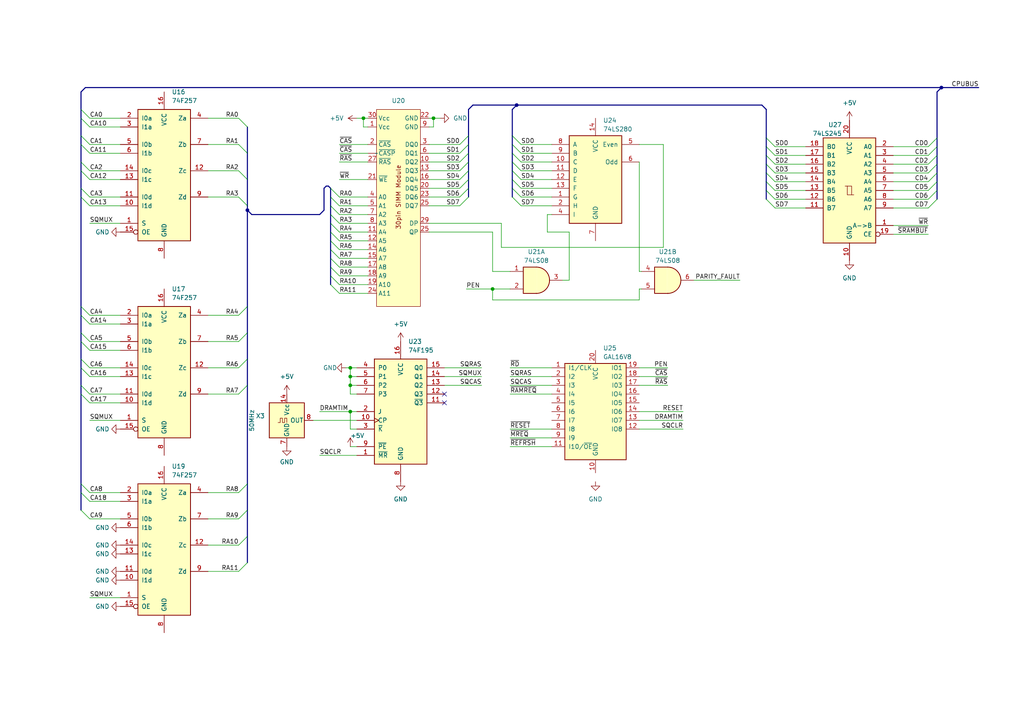
<source format=kicad_sch>
(kicad_sch (version 20230121) (generator eeschema)
  (paper "A4")
  (lib_symbols
    (symbol "74xx:74LS08" (pin_names (offset 1.016))
      (property "Reference" "U" (at 0 1.27 0))
      (property "Value" "74LS08" (at 0 -1.27 0))
      (symbol "74LS08_1_1"
        (arc (start 0 -3.81) (mid 3.7934 0) (end 0 3.81) (stroke (width 0.254)) (fill (type background)))
        (polyline (pts (xy 0 3.81) (xy -3.81 3.81) (xy -3.81 -3.81) (xy 0 -3.81)) (stroke (width 0.254)) (fill (type background)))
        (pin input line (at -7.62 2.54 0) (length 3.81) (name "~") (number "1"))
        (pin input line (at -7.62 -2.54 0) (length 3.81) (name "~") (number "2"))
        (pin output line (at 7.62 0 180) (length 3.81) (name "~") (number "3"))
      )
      (symbol "74LS08_1_2"
        (arc (start -3.81 -3.81) (mid -2.589 0) (end -3.81 3.81) (stroke (width 0.254)))
        (arc (start -0.6096 -3.81) (mid 2.1842 -2.5851) (end 3.81 0) (stroke (width 0.254)) (fill (type background)))
        (polyline (pts (xy -3.81 -3.81) (xy -0.635 -3.81)) (stroke (width 0.254)) (fill (type background)))
        (polyline (pts (xy -3.81 3.81) (xy -0.635 3.81)) (stroke (width 0.254)) (fill (type background)))
        (polyline (pts (xy -0.635 3.81) (xy -3.81 3.81) (xy -3.81 3.81) (xy -3.556 3.4036) (xy -3.0226 2.2606) (xy -2.6924 1.0414) (xy -2.6162 -0.254) (xy -2.7686 -1.4986) (xy -3.175 -2.7178) (xy -3.81 -3.81) (xy -3.81 -3.81) (xy -0.635 -3.81)) (stroke (width -25.4)) (fill (type background)))
        (arc (start 3.81 0) (mid 2.1915 2.5936) (end -0.6096 3.81) (stroke (width 0.254)) (fill (type background)))
        (pin input inverted (at -7.62 2.54 0) (length 4.318) (name "~") (number "1"))
        (pin input inverted (at -7.62 -2.54 0) (length 4.318) (name "~") (number "2"))
        (pin output inverted (at 7.62 0 180) (length 3.81) (name "~") (number "3"))
      )
      (symbol "74LS08_2_1"
        (arc (start 0 -3.81) (mid 3.7934 0) (end 0 3.81) (stroke (width 0.254)) (fill (type background)))
        (polyline (pts (xy 0 3.81) (xy -3.81 3.81) (xy -3.81 -3.81) (xy 0 -3.81)) (stroke (width 0.254)) (fill (type background)))
        (pin input line (at -7.62 2.54 0) (length 3.81) (name "~") (number "4"))
        (pin input line (at -7.62 -2.54 0) (length 3.81) (name "~") (number "5"))
        (pin output line (at 7.62 0 180) (length 3.81) (name "~") (number "6"))
      )
      (symbol "74LS08_2_2"
        (arc (start -3.81 -3.81) (mid -2.589 0) (end -3.81 3.81) (stroke (width 0.254)))
        (arc (start -0.6096 -3.81) (mid 2.1842 -2.5851) (end 3.81 0) (stroke (width 0.254)) (fill (type background)))
        (polyline (pts (xy -3.81 -3.81) (xy -0.635 -3.81)) (stroke (width 0.254)) (fill (type background)))
        (polyline (pts (xy -3.81 3.81) (xy -0.635 3.81)) (stroke (width 0.254)) (fill (type background)))
        (polyline (pts (xy -0.635 3.81) (xy -3.81 3.81) (xy -3.81 3.81) (xy -3.556 3.4036) (xy -3.0226 2.2606) (xy -2.6924 1.0414) (xy -2.6162 -0.254) (xy -2.7686 -1.4986) (xy -3.175 -2.7178) (xy -3.81 -3.81) (xy -3.81 -3.81) (xy -0.635 -3.81)) (stroke (width -25.4)) (fill (type background)))
        (arc (start 3.81 0) (mid 2.1915 2.5936) (end -0.6096 3.81) (stroke (width 0.254)) (fill (type background)))
        (pin input inverted (at -7.62 2.54 0) (length 4.318) (name "~") (number "4"))
        (pin input inverted (at -7.62 -2.54 0) (length 4.318) (name "~") (number "5"))
        (pin output inverted (at 7.62 0 180) (length 3.81) (name "~") (number "6"))
      )
      (symbol "74LS08_3_1"
        (arc (start 0 -3.81) (mid 3.7934 0) (end 0 3.81) (stroke (width 0.254)) (fill (type background)))
        (polyline (pts (xy 0 3.81) (xy -3.81 3.81) (xy -3.81 -3.81) (xy 0 -3.81)) (stroke (width 0.254)) (fill (type background)))
        (pin input line (at -7.62 -2.54 0) (length 3.81) (name "~") (number "10"))
        (pin output line (at 7.62 0 180) (length 3.81) (name "~") (number "8"))
        (pin input line (at -7.62 2.54 0) (length 3.81) (name "~") (number "9"))
      )
      (symbol "74LS08_3_2"
        (arc (start -3.81 -3.81) (mid -2.589 0) (end -3.81 3.81) (stroke (width 0.254)))
        (arc (start -0.6096 -3.81) (mid 2.1842 -2.5851) (end 3.81 0) (stroke (width 0.254)) (fill (type background)))
        (polyline (pts (xy -3.81 -3.81) (xy -0.635 -3.81)) (stroke (width 0.254)) (fill (type background)))
        (polyline (pts (xy -3.81 3.81) (xy -0.635 3.81)) (stroke (width 0.254)) (fill (type background)))
        (polyline (pts (xy -0.635 3.81) (xy -3.81 3.81) (xy -3.81 3.81) (xy -3.556 3.4036) (xy -3.0226 2.2606) (xy -2.6924 1.0414) (xy -2.6162 -0.254) (xy -2.7686 -1.4986) (xy -3.175 -2.7178) (xy -3.81 -3.81) (xy -3.81 -3.81) (xy -0.635 -3.81)) (stroke (width -25.4)) (fill (type background)))
        (arc (start 3.81 0) (mid 2.1915 2.5936) (end -0.6096 3.81) (stroke (width 0.254)) (fill (type background)))
        (pin input inverted (at -7.62 -2.54 0) (length 4.318) (name "~") (number "10"))
        (pin output inverted (at 7.62 0 180) (length 3.81) (name "~") (number "8"))
        (pin input inverted (at -7.62 2.54 0) (length 4.318) (name "~") (number "9"))
      )
      (symbol "74LS08_4_1"
        (arc (start 0 -3.81) (mid 3.7934 0) (end 0 3.81) (stroke (width 0.254)) (fill (type background)))
        (polyline (pts (xy 0 3.81) (xy -3.81 3.81) (xy -3.81 -3.81) (xy 0 -3.81)) (stroke (width 0.254)) (fill (type background)))
        (pin output line (at 7.62 0 180) (length 3.81) (name "~") (number "11"))
        (pin input line (at -7.62 2.54 0) (length 3.81) (name "~") (number "12"))
        (pin input line (at -7.62 -2.54 0) (length 3.81) (name "~") (number "13"))
      )
      (symbol "74LS08_4_2"
        (arc (start -3.81 -3.81) (mid -2.589 0) (end -3.81 3.81) (stroke (width 0.254)))
        (arc (start -0.6096 -3.81) (mid 2.1842 -2.5851) (end 3.81 0) (stroke (width 0.254)) (fill (type background)))
        (polyline (pts (xy -3.81 -3.81) (xy -0.635 -3.81)) (stroke (width 0.254)) (fill (type background)))
        (polyline (pts (xy -3.81 3.81) (xy -0.635 3.81)) (stroke (width 0.254)) (fill (type background)))
        (polyline (pts (xy -0.635 3.81) (xy -3.81 3.81) (xy -3.81 3.81) (xy -3.556 3.4036) (xy -3.0226 2.2606) (xy -2.6924 1.0414) (xy -2.6162 -0.254) (xy -2.7686 -1.4986) (xy -3.175 -2.7178) (xy -3.81 -3.81) (xy -3.81 -3.81) (xy -0.635 -3.81)) (stroke (width -25.4)) (fill (type background)))
        (arc (start 3.81 0) (mid 2.1915 2.5936) (end -0.6096 3.81) (stroke (width 0.254)) (fill (type background)))
        (pin output inverted (at 7.62 0 180) (length 3.81) (name "~") (number "11"))
        (pin input inverted (at -7.62 2.54 0) (length 4.318) (name "~") (number "12"))
        (pin input inverted (at -7.62 -2.54 0) (length 4.318) (name "~") (number "13"))
      )
      (symbol "74LS08_5_0"
        (pin power_in line (at 0 12.7 270) (length 5.08) (name "VCC") (number "14"))
        (pin power_in line (at 0 -12.7 90) (length 5.08) (name "GND") (number "7"))
      )
      (symbol "74LS08_5_1"
        (rectangle (start -5.08 7.62) (end 5.08 -7.62) (stroke (width 0.254)) (fill (type background)))
      )
    )
    (symbol "74xx:74LS195" (pin_names (offset 1.016))
      (property "Reference" "U" (at -7.62 16.51 0))
      (property "Value" "74LS195" (at -7.62 -16.51 0))
      (symbol "74LS195_1_0"
        (pin input line (at -12.7 -12.7 0) (length 5.08) (name "~{MR}") (number "1"))
        (pin input clock (at -12.7 -2.54 0) (length 5.08) (name "CP") (number "10"))
        (pin output line (at 12.7 2.54 180) (length 5.08) (name "~{Q3}") (number "11"))
        (pin output line (at 12.7 5.08 180) (length 5.08) (name "Q3") (number "12"))
        (pin output line (at 12.7 7.62 180) (length 5.08) (name "Q2") (number "13"))
        (pin output line (at 12.7 10.16 180) (length 5.08) (name "Q1") (number "14"))
        (pin output line (at 12.7 12.7 180) (length 5.08) (name "Q0") (number "15"))
        (pin power_in line (at 0 20.32 270) (length 5.08) (name "VCC") (number "16"))
        (pin input line (at -12.7 0 0) (length 5.08) (name "J") (number "2"))
        (pin input line (at -12.7 -5.08 0) (length 5.08) (name "~{K}") (number "3"))
        (pin input line (at -12.7 12.7 0) (length 5.08) (name "P0") (number "4"))
        (pin input line (at -12.7 10.16 0) (length 5.08) (name "P1") (number "5"))
        (pin input line (at -12.7 7.62 0) (length 5.08) (name "P2") (number "6"))
        (pin input line (at -12.7 5.08 0) (length 5.08) (name "P3") (number "7"))
        (pin power_in line (at 0 -20.32 90) (length 5.08) (name "GND") (number "8"))
        (pin input line (at -12.7 -10.16 0) (length 5.08) (name "~{PE}") (number "9"))
      )
      (symbol "74LS195_1_1"
        (rectangle (start -7.62 15.24) (end 7.62 -15.24) (stroke (width 0.254)) (fill (type background)))
      )
    )
    (symbol "74xx:74LS245" (pin_names (offset 1.016))
      (property "Reference" "U" (at -7.62 16.51 0))
      (property "Value" "74LS245" (at -7.62 -16.51 0))
      (symbol "74LS245_1_0"
        (polyline (pts (xy -0.635 -1.27) (xy -0.635 1.27) (xy 0.635 1.27)))
        (polyline (pts (xy -1.27 -1.27) (xy 0.635 -1.27) (xy 0.635 1.27) (xy 1.27 1.27)))
        (pin input line (at -12.7 -10.16 0) (length 5.08) (name "A->B") (number "1"))
        (pin power_in line (at 0 -20.32 90) (length 5.08) (name "GND") (number "10"))
        (pin tri_state line (at 12.7 -5.08 180) (length 5.08) (name "B7") (number "11"))
        (pin tri_state line (at 12.7 -2.54 180) (length 5.08) (name "B6") (number "12"))
        (pin tri_state line (at 12.7 0 180) (length 5.08) (name "B5") (number "13"))
        (pin tri_state line (at 12.7 2.54 180) (length 5.08) (name "B4") (number "14"))
        (pin tri_state line (at 12.7 5.08 180) (length 5.08) (name "B3") (number "15"))
        (pin tri_state line (at 12.7 7.62 180) (length 5.08) (name "B2") (number "16"))
        (pin tri_state line (at 12.7 10.16 180) (length 5.08) (name "B1") (number "17"))
        (pin tri_state line (at 12.7 12.7 180) (length 5.08) (name "B0") (number "18"))
        (pin input inverted (at -12.7 -12.7 0) (length 5.08) (name "CE") (number "19"))
        (pin tri_state line (at -12.7 12.7 0) (length 5.08) (name "A0") (number "2"))
        (pin power_in line (at 0 20.32 270) (length 5.08) (name "VCC") (number "20"))
        (pin tri_state line (at -12.7 10.16 0) (length 5.08) (name "A1") (number "3"))
        (pin tri_state line (at -12.7 7.62 0) (length 5.08) (name "A2") (number "4"))
        (pin tri_state line (at -12.7 5.08 0) (length 5.08) (name "A3") (number "5"))
        (pin tri_state line (at -12.7 2.54 0) (length 5.08) (name "A4") (number "6"))
        (pin tri_state line (at -12.7 0 0) (length 5.08) (name "A5") (number "7"))
        (pin tri_state line (at -12.7 -2.54 0) (length 5.08) (name "A6") (number "8"))
        (pin tri_state line (at -12.7 -5.08 0) (length 5.08) (name "A7") (number "9"))
      )
      (symbol "74LS245_1_1"
        (rectangle (start -7.62 15.24) (end 7.62 -15.24) (stroke (width 0.254)) (fill (type background)))
      )
    )
    (symbol "74xx:74LS257" (pin_names (offset 1.016))
      (property "Reference" "U" (at -7.62 19.05 0))
      (property "Value" "74LS257" (at -7.62 -21.59 0))
      (symbol "74LS257_1_0"
        (pin input line (at -12.7 -15.24 0) (length 5.08) (name "S") (number "1"))
        (pin input line (at -12.7 -10.16 0) (length 5.08) (name "I1d") (number "10"))
        (pin input line (at -12.7 -7.62 0) (length 5.08) (name "I0d") (number "11"))
        (pin tri_state line (at 12.7 0 180) (length 5.08) (name "Zc") (number "12"))
        (pin input line (at -12.7 -2.54 0) (length 5.08) (name "I1c") (number "13"))
        (pin input line (at -12.7 0 0) (length 5.08) (name "I0c") (number "14"))
        (pin input inverted (at -12.7 -17.78 0) (length 5.08) (name "OE") (number "15"))
        (pin power_in line (at 0 22.86 270) (length 5.08) (name "VCC") (number "16"))
        (pin input line (at -12.7 15.24 0) (length 5.08) (name "I0a") (number "2"))
        (pin input line (at -12.7 12.7 0) (length 5.08) (name "I1a") (number "3"))
        (pin tri_state line (at 12.7 15.24 180) (length 5.08) (name "Za") (number "4"))
        (pin input line (at -12.7 7.62 0) (length 5.08) (name "I0b") (number "5"))
        (pin input line (at -12.7 5.08 0) (length 5.08) (name "I1b") (number "6"))
        (pin tri_state line (at 12.7 7.62 180) (length 5.08) (name "Zb") (number "7"))
        (pin power_in line (at 0 -25.4 90) (length 5.08) (name "GND") (number "8"))
        (pin tri_state line (at 12.7 -7.62 180) (length 5.08) (name "Zd") (number "9"))
      )
      (symbol "74LS257_1_1"
        (rectangle (start -7.62 17.78) (end 7.62 -20.32) (stroke (width 0.254)) (fill (type background)))
      )
    )
    (symbol "74xx:74LS280" (pin_names (offset 1.016))
      (property "Reference" "U" (at -7.62 13.97 0))
      (property "Value" "74LS280" (at -7.62 -13.97 0))
      (symbol "74LS280_1_0"
        (pin input line (at -12.7 -5.08 0) (length 5.08) (name "G") (number "1"))
        (pin input line (at -12.7 5.08 0) (length 5.08) (name "C") (number "10"))
        (pin input line (at -12.7 2.54 0) (length 5.08) (name "D") (number "11"))
        (pin input line (at -12.7 0 0) (length 5.08) (name "E") (number "12"))
        (pin input line (at -12.7 -2.54 0) (length 5.08) (name "F") (number "13"))
        (pin power_in line (at 0 17.78 270) (length 5.08) (name "VCC") (number "14"))
        (pin input line (at -12.7 -7.62 0) (length 5.08) (name "H") (number "2"))
        (pin input line (at -12.7 -10.16 0) (length 5.08) (name "I") (number "4"))
        (pin output line (at 12.7 10.16 180) (length 5.08) (name "Even") (number "5"))
        (pin output line (at 12.7 5.08 180) (length 5.08) (name "Odd") (number "6"))
        (pin power_in line (at 0 -17.78 90) (length 5.08) (name "GND") (number "7"))
        (pin input line (at -12.7 10.16 0) (length 5.08) (name "A") (number "8"))
        (pin input line (at -12.7 7.62 0) (length 5.08) (name "B") (number "9"))
      )
      (symbol "74LS280_1_1"
        (rectangle (start -7.62 12.7) (end 7.62 -12.7) (stroke (width 0.254)) (fill (type background)))
        (pin no_connect line (at 7.62 0 180) (length 2.54) hide (name "NC") (number "3"))
      )
    )
    (symbol "Dennis2:SIMM30P"
      (property "Reference" "U" (at 0 26.67 0))
      (symbol "SIMM30P_1_1"
        (rectangle (start -6.35 25.4) (end 6.35 -31.75) (fill (type background)))
        (text "30pin SIMM Module" (at 0 0 900) (effects (font (size 1.27 1.27))))
        (pin input line (at -8.89 12.7 0) (length 2.54) (name "~{CASP}") (number ""))
        (pin power_in line (at -8.89 20.32 0) (length 2.54) (name "Vcc") (number "1"))
        (pin input line (at 8.89 10.16 180) (length 2.54) (name "DQ2") (number "10"))
        (pin input line (at -8.89 -10.16 0) (length 2.54) (name "A4") (number "11"))
        (pin input line (at -8.89 -12.7 0) (length 2.54) (name "A5") (number "12"))
        (pin input line (at 8.89 7.62 180) (length 2.54) (name "DQ3") (number "13"))
        (pin input line (at -8.89 -15.24 0) (length 2.54) (name "A6") (number "14"))
        (pin input line (at -8.89 -17.78 0) (length 2.54) (name "A7") (number "15"))
        (pin input line (at 8.89 5.08 180) (length 2.54) (name "DQ4") (number "16"))
        (pin input line (at -8.89 -20.32 0) (length 2.54) (name "A8") (number "17"))
        (pin input line (at -8.89 -22.86 0) (length 2.54) (name "A9") (number "18"))
        (pin input line (at -8.89 -25.4 0) (length 2.54) (name "A10") (number "19"))
        (pin input line (at -8.89 15.24 0) (length 2.54) (name "~{CAS}") (number "2"))
        (pin input line (at 8.89 2.54 180) (length 2.54) (name "DQ5") (number "20"))
        (pin input line (at -8.89 5.08 0) (length 2.54) (name "~{WE}") (number "21"))
        (pin power_in line (at 8.89 22.86 180) (length 2.54) (name "GND") (number "22"))
        (pin input line (at 8.89 0 180) (length 2.54) (name "DQ6") (number "23"))
        (pin input line (at -8.89 -27.94 0) (length 2.54) (name "A11") (number "24"))
        (pin input line (at 8.89 -2.54 180) (length 2.54) (name "DQ7") (number "25"))
        (pin input line (at 8.89 -10.16 180) (length 2.54) (name "QP") (number "25"))
        (pin input line (at -8.89 10.16 0) (length 2.54) (name "~{RAS}") (number "27"))
        (pin input line (at 8.89 -7.62 180) (length 2.54) (name "DP") (number "29"))
        (pin input line (at 8.89 15.24 180) (length 2.54) (name "DQ0") (number "3"))
        (pin power_in line (at -8.89 22.86 0) (length 2.54) (name "Vcc") (number "30"))
        (pin input line (at -8.89 0 0) (length 2.54) (name "A0") (number "4"))
        (pin input line (at -8.89 -2.54 0) (length 2.54) (name "A1") (number "5"))
        (pin input line (at 8.89 12.7 180) (length 2.54) (name "DQ1") (number "6"))
        (pin input line (at -8.89 -5.08 0) (length 2.54) (name "A2") (number "7"))
        (pin input line (at -8.89 -7.62 0) (length 2.54) (name "A3") (number "8"))
        (pin power_in line (at 8.89 20.32 180) (length 2.54) (name "GND") (number "9"))
      )
    )
    (symbol "Logic_Programmable:GAL16V8" (pin_names (offset 1.016))
      (property "Reference" "U" (at -8.89 16.51 0))
      (property "Value" "GAL16V8" (at 1.27 16.51 0))
      (symbol "GAL16V8_0_0"
        (pin power_in line (at 0 -17.78 90) (length 3.81) (name "GND") (number "10"))
        (pin power_in line (at 0 17.78 270) (length 3.81) (name "VCC") (number "20"))
      )
      (symbol "GAL16V8_0_1"
        (rectangle (start -8.89 13.97) (end 8.89 -13.97) (stroke (width 0.254)) (fill (type background)))
      )
      (symbol "GAL16V8_1_1"
        (pin input line (at -12.7 12.7 0) (length 3.81) (name "I1/CLK") (number "1"))
        (pin input line (at -12.7 -10.16 0) (length 3.81) (name "I10/~{OE}") (number "11"))
        (pin tri_state line (at 12.7 -5.08 180) (length 3.81) (name "IO8") (number "12"))
        (pin tri_state line (at 12.7 -2.54 180) (length 3.81) (name "IO7") (number "13"))
        (pin tri_state line (at 12.7 0 180) (length 3.81) (name "IO6") (number "14"))
        (pin tri_state line (at 12.7 2.54 180) (length 3.81) (name "IO5") (number "15"))
        (pin tri_state line (at 12.7 5.08 180) (length 3.81) (name "IO4") (number "16"))
        (pin tri_state line (at 12.7 7.62 180) (length 3.81) (name "I03") (number "17"))
        (pin tri_state line (at 12.7 10.16 180) (length 3.81) (name "IO2") (number "18"))
        (pin tri_state line (at 12.7 12.7 180) (length 3.81) (name "IO1") (number "19"))
        (pin input line (at -12.7 10.16 0) (length 3.81) (name "I2") (number "2"))
        (pin input line (at -12.7 7.62 0) (length 3.81) (name "I3") (number "3"))
        (pin input line (at -12.7 5.08 0) (length 3.81) (name "I4") (number "4"))
        (pin input line (at -12.7 2.54 0) (length 3.81) (name "I5") (number "5"))
        (pin input line (at -12.7 0 0) (length 3.81) (name "I6") (number "6"))
        (pin input line (at -12.7 -2.54 0) (length 3.81) (name "I7") (number "7"))
        (pin input line (at -12.7 -5.08 0) (length 3.81) (name "I8") (number "8"))
        (pin input line (at -12.7 -7.62 0) (length 3.81) (name "I9") (number "9"))
      )
    )
    (symbol "Oscillator:ACO-xxxMHz" (pin_names (offset 0.254))
      (property "Reference" "X" (at -5.08 6.35 0))
      (property "Value" "ACO-xxxMHz" (at 1.27 -6.35 0))
      (symbol "ACO-xxxMHz_0_1"
        (rectangle (start -5.08 5.08) (end 5.08 -5.08) (stroke (width 0.254)) (fill (type background)))
        (polyline (pts (xy -2.54 -0.635) (xy -1.905 -0.635) (xy -1.905 0.635) (xy -1.27 0.635) (xy -1.27 -0.635) (xy -0.635 -0.635) (xy -0.635 0.635) (xy 0 0.635) (xy 0 -0.635)))
      )
      (symbol "ACO-xxxMHz_1_1"
        (pin no_connect line (at -7.62 0 0) (length 2.54) hide (name "NC") (number "1"))
        (pin power_in line (at 0 7.62 270) (length 2.54) (name "Vcc") (number "14"))
        (pin power_in line (at 0 -7.62 90) (length 2.54) (name "GND") (number "7"))
        (pin output line (at 7.62 0 180) (length 2.54) (name "OUT") (number "8"))
      )
    )
    (symbol "power:+5V" (power) (pin_names (offset 0))
      (property "Value" "+5V" (at 0 3.556 0))
      (symbol "+5V_0_1"
        (polyline (pts (xy -0.762 1.27) (xy 0 2.54)))
        (polyline (pts (xy 0 0) (xy 0 2.54)))
        (polyline (pts (xy 0 2.54) (xy 0.762 1.27)))
      )
      (symbol "+5V_1_1"
        (pin power_in line (at 0 0 90) (length 0) hide (name "+5V") (number "1"))
      )
    )
    (symbol "power:GND" (power) (pin_names (offset 0))
      (property "Value" "GND" (at 0 -3.81 0))
      (symbol "GND_0_1"
        (polyline (pts (xy 0 0) (xy 0 -1.27) (xy 1.27 -1.27) (xy 0 -2.54) (xy -1.27 -1.27) (xy 0 -1.27)))
      )
      (symbol "GND_1_1"
        (pin power_in line (at 0 0 270) (length 0) hide (name "GND") (number "1"))
      )
    )
  )
  (junction (at 273.05 25.4))
  (junction (at 105.41 34.29))
  (junction (at 101.6 109.22))
  (junction (at 71.755 60.96))
  (junction (at 142.875 83.82))
  (junction (at 101.6 111.76))
  (junction (at 149.86 30.48))
  (junction (at 101.6 106.68))
  (junction (at 125.73 34.29))
  (junction (at 101.6 119.38))
  (no_connect (at 128.905 114.3))
  (no_connect (at 128.905 116.84))
  (bus_entry (at 26.035 41.91) (size -2.54 -2.54))
  (bus_entry (at 98.425 77.47) (size -2.54 -2.54))
  (bus_entry (at 26.035 59.69) (size -2.54 -2.54))
  (bus_entry (at 26.035 101.6) (size -2.54 -2.54))
  (bus_entry (at 224.79 42.545) (size -2.54 -2.54))
  (bus_entry (at 26.035 52.07) (size -2.54 -2.54))
  (bus_entry (at 133.35 54.61) (size 2.54 -2.54))
  (bus_entry (at 26.035 49.53) (size -2.54 -2.54))
  (bus_entry (at 69.215 114.3) (size 2.54 -2.54))
  (bus_entry (at 133.35 52.07) (size 2.54 -2.54))
  (bus_entry (at 224.79 55.245) (size -2.54 -2.54))
  (bus_entry (at 26.035 114.3) (size -2.54 -2.54))
  (bus_entry (at 26.035 36.83) (size -2.54 -2.54))
  (bus_entry (at 98.425 67.31) (size -2.54 -2.54))
  (bus_entry (at 151.13 59.69) (size -2.54 -2.54))
  (bus_entry (at 224.79 45.085) (size -2.54 -2.54))
  (bus_entry (at 98.425 72.39) (size -2.54 -2.54))
  (bus_entry (at 224.79 57.785) (size -2.54 -2.54))
  (bus_entry (at 151.13 49.53) (size -2.54 -2.54))
  (bus_entry (at 269.24 57.785) (size 2.54 -2.54))
  (bus_entry (at 133.35 44.45) (size 2.54 -2.54))
  (bus_entry (at 133.35 59.69) (size 2.54 -2.54))
  (bus_entry (at 71.755 163.195) (size -2.54 2.54))
  (bus_entry (at 69.215 99.06) (size 2.54 -2.54))
  (bus_entry (at 26.035 57.15) (size -2.54 -2.54))
  (bus_entry (at 269.24 47.625) (size 2.54 -2.54))
  (bus_entry (at 26.035 116.84) (size -2.54 -2.54))
  (bus_entry (at 98.425 64.77) (size -2.54 -2.54))
  (bus_entry (at 269.24 52.705) (size 2.54 -2.54))
  (bus_entry (at 151.13 46.99) (size -2.54 -2.54))
  (bus_entry (at 98.425 69.85) (size -2.54 -2.54))
  (bus_entry (at 269.24 45.085) (size 2.54 -2.54))
  (bus_entry (at 98.425 57.15) (size -2.54 -2.54))
  (bus_entry (at 26.035 93.98) (size -2.54 -2.54))
  (bus_entry (at 151.13 44.45) (size -2.54 -2.54))
  (bus_entry (at 69.215 142.875) (size 2.54 -2.54))
  (bus_entry (at 26.035 44.45) (size -2.54 -2.54))
  (bus_entry (at 151.13 57.15) (size -2.54 -2.54))
  (bus_entry (at 69.215 91.44) (size 2.54 -2.54))
  (bus_entry (at 26.035 145.415) (size -2.54 -2.54))
  (bus_entry (at 69.215 150.495) (size 2.54 -2.54))
  (bus_entry (at 98.425 85.09) (size -2.54 -2.54))
  (bus_entry (at 26.035 99.06) (size -2.54 -2.54))
  (bus_entry (at 69.215 41.91) (size 2.54 2.54))
  (bus_entry (at 26.035 109.22) (size -2.54 -2.54))
  (bus_entry (at 69.215 106.68) (size 2.54 -2.54))
  (bus_entry (at 151.13 52.07) (size -2.54 -2.54))
  (bus_entry (at 269.24 50.165) (size 2.54 -2.54))
  (bus_entry (at 26.035 91.44) (size -2.54 -2.54))
  (bus_entry (at 269.24 55.245) (size 2.54 -2.54))
  (bus_entry (at 98.425 80.01) (size -2.54 -2.54))
  (bus_entry (at 26.035 150.495) (size -2.54 -2.54))
  (bus_entry (at 26.035 106.68) (size -2.54 -2.54))
  (bus_entry (at 224.79 52.705) (size -2.54 -2.54))
  (bus_entry (at 26.035 142.875) (size -2.54 -2.54))
  (bus_entry (at 69.215 34.29) (size 2.54 2.54))
  (bus_entry (at 224.79 50.165) (size -2.54 -2.54))
  (bus_entry (at 224.79 60.325) (size -2.54 -2.54))
  (bus_entry (at 133.35 41.91) (size 2.54 -2.54))
  (bus_entry (at 151.13 54.61) (size -2.54 -2.54))
  (bus_entry (at 133.35 46.99) (size 2.54 -2.54))
  (bus_entry (at 133.35 49.53) (size 2.54 -2.54))
  (bus_entry (at 69.215 49.53) (size 2.54 2.54))
  (bus_entry (at 269.24 60.325) (size 2.54 -2.54))
  (bus_entry (at 98.425 74.93) (size -2.54 -2.54))
  (bus_entry (at 71.755 155.575) (size -2.54 2.54))
  (bus_entry (at 269.24 42.545) (size 2.54 -2.54))
  (bus_entry (at 151.13 41.91) (size -2.54 -2.54))
  (bus_entry (at 26.035 34.29) (size -2.54 -2.54))
  (bus_entry (at 98.425 82.55) (size -2.54 -2.54))
  (bus_entry (at 98.425 62.23) (size -2.54 -2.54))
  (bus_entry (at 98.425 59.69) (size -2.54 -2.54))
  (bus_entry (at 224.79 47.625) (size -2.54 -2.54))
  (bus_entry (at 69.215 57.15) (size 2.54 2.54))
  (bus_entry (at 133.35 57.15) (size 2.54 -2.54))
  (wire (pts (xy 259.08 67.945) (xy 269.24 67.945)))
  (bus (pts (xy 23.495 142.875) (xy 23.495 147.955)))
  (wire (pts (xy 135.255 83.82) (xy 142.875 83.82)))
  (wire (pts (xy 60.325 49.53) (xy 69.215 49.53)))
  (wire (pts (xy 185.42 124.46) (xy 198.12 124.46)))
  (wire (pts (xy 128.905 111.76) (xy 139.7 111.76)))
  (wire (pts (xy 101.6 111.76) (xy 101.6 109.22)))
  (wire (pts (xy 185.42 46.99) (xy 185.42 78.74)))
  (wire (pts (xy 160.02 54.61) (xy 151.13 54.61)))
  (wire (pts (xy 101.6 106.68) (xy 103.505 106.68)))
  (bus (pts (xy 148.59 31.75) (xy 149.86 30.48)))
  (wire (pts (xy 26.035 91.44) (xy 34.925 91.44)))
  (bus (pts (xy 23.495 99.06) (xy 23.495 104.14)))
  (bus (pts (xy 24.765 25.4) (xy 273.05 25.4)))
  (wire (pts (xy 105.41 34.29) (xy 106.68 34.29)))
  (bus (pts (xy 273.05 25.4) (xy 283.845 25.4)))
  (wire (pts (xy 100.33 106.68) (xy 101.6 106.68)))
  (wire (pts (xy 103.505 109.22) (xy 101.6 109.22)))
  (wire (pts (xy 106.68 57.15) (xy 98.425 57.15)))
  (wire (pts (xy 145.415 64.77) (xy 145.415 71.755)))
  (wire (pts (xy 233.68 45.085) (xy 224.79 45.085)))
  (wire (pts (xy 105.41 36.83) (xy 105.41 34.29)))
  (bus (pts (xy 149.86 30.48) (xy 220.98 30.48)))
  (wire (pts (xy 147.955 129.54) (xy 160.02 129.54)))
  (wire (pts (xy 233.68 55.245) (xy 224.79 55.245)))
  (wire (pts (xy 147.955 109.22) (xy 160.02 109.22)))
  (wire (pts (xy 269.24 55.245) (xy 259.08 55.245)))
  (wire (pts (xy 145.415 71.755) (xy 192.405 71.755)))
  (wire (pts (xy 185.42 109.22) (xy 193.675 109.22)))
  (wire (pts (xy 101.6 109.22) (xy 101.6 106.68)))
  (wire (pts (xy 163.195 81.28) (xy 165.1 81.28)))
  (wire (pts (xy 106.68 69.85) (xy 98.425 69.85)))
  (bus (pts (xy 271.78 50.165) (xy 271.78 52.705)))
  (wire (pts (xy 125.73 36.83) (xy 125.73 34.29)))
  (bus (pts (xy 148.59 41.91) (xy 148.59 44.45)))
  (wire (pts (xy 125.73 34.29) (xy 127.635 34.29)))
  (bus (pts (xy 23.495 114.3) (xy 23.495 140.335)))
  (wire (pts (xy 147.955 127) (xy 160.02 127)))
  (wire (pts (xy 147.955 124.46) (xy 160.02 124.46)))
  (wire (pts (xy 26.035 106.68) (xy 34.925 106.68)))
  (wire (pts (xy 124.46 64.77) (xy 145.415 64.77)))
  (bus (pts (xy 148.59 52.07) (xy 148.59 54.61)))
  (bus (pts (xy 271.78 42.545) (xy 271.78 45.085)))
  (bus (pts (xy 222.25 55.245) (xy 222.25 57.785)))
  (wire (pts (xy 26.035 52.07) (xy 34.925 52.07)))
  (bus (pts (xy 94.615 53.975) (xy 95.25 53.975)))
  (bus (pts (xy 92.71 62.23) (xy 93.98 60.96)))
  (wire (pts (xy 142.875 83.82) (xy 147.955 83.82)))
  (bus (pts (xy 135.89 52.07) (xy 135.89 54.61)))
  (bus (pts (xy 93.98 60.96) (xy 93.98 54.61)))
  (wire (pts (xy 124.46 54.61) (xy 133.35 54.61)))
  (wire (pts (xy 160.02 44.45) (xy 151.13 44.45)))
  (bus (pts (xy 95.885 74.93) (xy 95.885 77.47)))
  (wire (pts (xy 124.46 36.83) (xy 125.73 36.83)))
  (wire (pts (xy 26.035 49.53) (xy 34.925 49.53)))
  (wire (pts (xy 124.46 57.15) (xy 133.35 57.15)))
  (bus (pts (xy 95.25 53.975) (xy 95.885 54.61)))
  (wire (pts (xy 185.42 111.76) (xy 193.675 111.76)))
  (wire (pts (xy 90.805 121.92) (xy 103.505 121.92)))
  (wire (pts (xy 233.68 57.785) (xy 224.79 57.785)))
  (wire (pts (xy 106.68 64.77) (xy 98.425 64.77)))
  (wire (pts (xy 269.24 65.405) (xy 259.08 65.405)))
  (wire (pts (xy 106.68 62.23) (xy 98.425 62.23)))
  (bus (pts (xy 71.755 52.07) (xy 71.755 59.69)))
  (bus (pts (xy 95.885 80.01) (xy 95.885 82.55)))
  (wire (pts (xy 34.925 109.22) (xy 26.035 109.22)))
  (wire (pts (xy 103.505 124.46) (xy 101.6 124.46)))
  (wire (pts (xy 98.425 52.07) (xy 106.68 52.07)))
  (bus (pts (xy 271.78 26.67) (xy 273.05 25.4)))
  (wire (pts (xy 103.505 34.29) (xy 105.41 34.29)))
  (wire (pts (xy 106.68 80.01) (xy 98.425 80.01)))
  (wire (pts (xy 269.24 60.325) (xy 259.08 60.325)))
  (bus (pts (xy 137.16 30.48) (xy 149.86 30.48)))
  (wire (pts (xy 124.46 67.31) (xy 142.875 67.31)))
  (bus (pts (xy 148.59 39.37) (xy 148.59 41.91)))
  (bus (pts (xy 135.89 41.91) (xy 135.89 44.45)))
  (wire (pts (xy 60.325 165.735) (xy 69.215 165.735)))
  (bus (pts (xy 271.78 47.625) (xy 271.78 50.165)))
  (wire (pts (xy 60.325 99.06) (xy 69.215 99.06)))
  (bus (pts (xy 222.25 42.545) (xy 222.25 45.085)))
  (wire (pts (xy 160.02 111.76) (xy 147.955 111.76)))
  (bus (pts (xy 222.25 40.005) (xy 222.25 42.545)))
  (wire (pts (xy 26.035 36.83) (xy 34.925 36.83)))
  (wire (pts (xy 26.035 142.875) (xy 34.925 142.875)))
  (wire (pts (xy 185.42 106.68) (xy 193.675 106.68)))
  (wire (pts (xy 142.875 83.82) (xy 142.875 86.995)))
  (wire (pts (xy 60.325 150.495) (xy 69.215 150.495)))
  (wire (pts (xy 269.24 57.785) (xy 259.08 57.785)))
  (bus (pts (xy 135.89 44.45) (xy 135.89 46.99)))
  (wire (pts (xy 60.325 41.91) (xy 69.215 41.91)))
  (wire (pts (xy 26.035 145.415) (xy 34.925 145.415)))
  (wire (pts (xy 60.325 57.15) (xy 69.215 57.15)))
  (wire (pts (xy 106.68 85.09) (xy 98.425 85.09)))
  (bus (pts (xy 23.495 106.68) (xy 23.495 111.76)))
  (wire (pts (xy 269.24 47.625) (xy 259.08 47.625)))
  (wire (pts (xy 124.46 59.69) (xy 133.35 59.69)))
  (bus (pts (xy 271.78 40.005) (xy 271.78 26.67)))
  (wire (pts (xy 158.75 67.31) (xy 158.75 62.23)))
  (wire (pts (xy 192.405 41.91) (xy 185.42 41.91)))
  (wire (pts (xy 158.75 62.23) (xy 160.02 62.23)))
  (wire (pts (xy 101.6 124.46) (xy 101.6 119.38)))
  (wire (pts (xy 34.925 173.355) (xy 26.035 173.355)))
  (wire (pts (xy 60.325 158.115) (xy 69.215 158.115)))
  (bus (pts (xy 23.495 49.53) (xy 23.495 54.61)))
  (wire (pts (xy 60.325 106.68) (xy 69.215 106.68)))
  (bus (pts (xy 148.59 31.75) (xy 148.59 39.37)))
  (bus (pts (xy 23.495 31.75) (xy 23.495 34.29)))
  (bus (pts (xy 148.59 49.53) (xy 148.59 52.07)))
  (wire (pts (xy 142.875 86.995) (xy 185.42 86.995)))
  (bus (pts (xy 93.98 54.61) (xy 94.615 53.975)))
  (bus (pts (xy 71.755 111.76) (xy 71.755 140.335)))
  (bus (pts (xy 95.885 72.39) (xy 95.885 74.93)))
  (bus (pts (xy 95.885 77.47) (xy 95.885 80.01)))
  (wire (pts (xy 160.02 59.69) (xy 151.13 59.69)))
  (bus (pts (xy 71.755 59.69) (xy 71.755 60.96)))
  (bus (pts (xy 71.755 36.83) (xy 71.755 44.45)))
  (bus (pts (xy 71.755 104.14) (xy 71.755 111.76)))
  (wire (pts (xy 160.02 46.99) (xy 151.13 46.99)))
  (bus (pts (xy 71.755 88.9) (xy 71.755 96.52)))
  (wire (pts (xy 142.875 78.74) (xy 147.955 78.74)))
  (bus (pts (xy 220.98 30.48) (xy 222.25 31.75)))
  (bus (pts (xy 135.89 54.61) (xy 135.89 57.15)))
  (bus (pts (xy 23.495 111.76) (xy 23.495 114.3)))
  (wire (pts (xy 26.035 34.29) (xy 34.925 34.29)))
  (bus (pts (xy 95.885 64.77) (xy 95.885 67.31)))
  (wire (pts (xy 124.46 44.45) (xy 133.35 44.45)))
  (wire (pts (xy 124.46 41.91) (xy 133.35 41.91)))
  (wire (pts (xy 34.925 64.77) (xy 26.035 64.77)))
  (bus (pts (xy 23.495 46.99) (xy 23.495 49.53)))
  (wire (pts (xy 60.325 114.3) (xy 69.215 114.3)))
  (wire (pts (xy 160.02 49.53) (xy 151.13 49.53)))
  (wire (pts (xy 233.68 52.705) (xy 224.79 52.705)))
  (bus (pts (xy 71.755 147.955) (xy 71.755 155.575)))
  (wire (pts (xy 201.295 81.28) (xy 214.63 81.28)))
  (bus (pts (xy 23.495 96.52) (xy 23.495 99.06)))
  (wire (pts (xy 106.68 41.91) (xy 98.425 41.91)))
  (bus (pts (xy 73.025 62.23) (xy 92.71 62.23)))
  (bus (pts (xy 95.885 62.23) (xy 95.885 64.77)))
  (wire (pts (xy 233.68 50.165) (xy 224.79 50.165)))
  (wire (pts (xy 125.73 34.29) (xy 124.46 34.29)))
  (wire (pts (xy 26.035 41.91) (xy 34.925 41.91)))
  (bus (pts (xy 148.59 54.61) (xy 148.59 57.15)))
  (wire (pts (xy 34.925 59.69) (xy 26.035 59.69)))
  (wire (pts (xy 101.6 114.3) (xy 101.6 111.76)))
  (bus (pts (xy 135.89 49.53) (xy 135.89 52.07)))
  (wire (pts (xy 192.405 41.91) (xy 192.405 71.755)))
  (bus (pts (xy 222.25 45.085) (xy 222.25 47.625)))
  (wire (pts (xy 34.925 93.98) (xy 26.035 93.98)))
  (wire (pts (xy 269.24 42.545) (xy 259.08 42.545)))
  (wire (pts (xy 26.035 150.495) (xy 34.925 150.495)))
  (wire (pts (xy 101.6 119.38) (xy 103.505 119.38)))
  (bus (pts (xy 95.885 67.31) (xy 95.885 69.85)))
  (wire (pts (xy 60.325 91.44) (xy 69.215 91.44)))
  (bus (pts (xy 222.25 50.165) (xy 222.25 52.705)))
  (bus (pts (xy 95.885 59.69) (xy 95.885 62.23)))
  (wire (pts (xy 106.68 77.47) (xy 98.425 77.47)))
  (bus (pts (xy 24.765 25.4) (xy 23.495 26.67)))
  (wire (pts (xy 233.68 60.325) (xy 224.79 60.325)))
  (bus (pts (xy 95.885 54.61) (xy 95.885 57.15)))
  (bus (pts (xy 71.755 140.335) (xy 71.755 147.955)))
  (bus (pts (xy 71.755 96.52) (xy 71.755 104.14)))
  (wire (pts (xy 233.68 47.625) (xy 224.79 47.625)))
  (bus (pts (xy 23.495 140.335) (xy 23.495 142.875)))
  (wire (pts (xy 233.68 42.545) (xy 224.79 42.545)))
  (wire (pts (xy 142.875 67.31) (xy 142.875 78.74)))
  (wire (pts (xy 106.68 67.31) (xy 98.425 67.31)))
  (wire (pts (xy 124.46 46.99) (xy 133.35 46.99)))
  (bus (pts (xy 23.495 57.15) (xy 23.495 88.9)))
  (bus (pts (xy 148.59 44.45) (xy 148.59 46.99)))
  (wire (pts (xy 106.68 36.83) (xy 105.41 36.83)))
  (bus (pts (xy 23.495 39.37) (xy 23.495 41.91)))
  (bus (pts (xy 23.495 54.61) (xy 23.495 57.15)))
  (bus (pts (xy 222.25 47.625) (xy 222.25 50.165)))
  (bus (pts (xy 271.78 45.085) (xy 271.78 47.625)))
  (wire (pts (xy 92.71 119.38) (xy 101.6 119.38)))
  (bus (pts (xy 148.59 46.99) (xy 148.59 49.53)))
  (wire (pts (xy 106.68 46.99) (xy 98.425 46.99)))
  (wire (pts (xy 185.42 121.92) (xy 198.12 121.92)))
  (bus (pts (xy 95.885 57.15) (xy 95.885 59.69)))
  (wire (pts (xy 185.42 83.82) (xy 185.42 86.995)))
  (wire (pts (xy 147.955 106.68) (xy 160.02 106.68)))
  (wire (pts (xy 160.02 41.91) (xy 151.13 41.91)))
  (wire (pts (xy 128.905 109.22) (xy 139.7 109.22)))
  (bus (pts (xy 222.25 31.75) (xy 222.25 40.005)))
  (bus (pts (xy 271.78 52.705) (xy 271.78 55.245)))
  (wire (pts (xy 124.46 49.53) (xy 133.35 49.53)))
  (wire (pts (xy 106.68 82.55) (xy 98.425 82.55)))
  (wire (pts (xy 269.24 45.085) (xy 259.08 45.085)))
  (bus (pts (xy 23.495 34.29) (xy 23.495 39.37)))
  (bus (pts (xy 23.495 104.14) (xy 23.495 106.68)))
  (wire (pts (xy 92.71 132.08) (xy 103.505 132.08)))
  (bus (pts (xy 23.495 91.44) (xy 23.495 96.52)))
  (wire (pts (xy 106.68 59.69) (xy 98.425 59.69)))
  (wire (pts (xy 34.925 116.84) (xy 26.035 116.84)))
  (bus (pts (xy 23.495 41.91) (xy 23.495 46.99)))
  (bus (pts (xy 95.885 69.85) (xy 95.885 72.39)))
  (wire (pts (xy 124.46 52.07) (xy 133.35 52.07)))
  (bus (pts (xy 135.89 39.37) (xy 135.89 41.91)))
  (wire (pts (xy 103.505 114.3) (xy 101.6 114.3)))
  (wire (pts (xy 60.325 34.29) (xy 69.215 34.29)))
  (bus (pts (xy 23.495 88.9) (xy 23.495 91.44)))
  (bus (pts (xy 222.25 52.705) (xy 222.25 55.245)))
  (wire (pts (xy 160.02 52.07) (xy 151.13 52.07)))
  (wire (pts (xy 60.325 142.875) (xy 69.215 142.875)))
  (wire (pts (xy 269.24 50.165) (xy 259.08 50.165)))
  (wire (pts (xy 34.925 121.92) (xy 26.035 121.92)))
  (wire (pts (xy 128.905 106.68) (xy 139.7 106.68)))
  (bus (pts (xy 23.495 26.67) (xy 23.495 31.75)))
  (wire (pts (xy 147.955 114.3) (xy 160.02 114.3)))
  (wire (pts (xy 106.68 44.45) (xy 98.425 44.45)))
  (bus (pts (xy 271.78 55.245) (xy 271.78 57.785)))
  (bus (pts (xy 71.755 155.575) (xy 71.755 163.195)))
  (bus (pts (xy 135.89 31.75) (xy 137.16 30.48)))
  (wire (pts (xy 26.035 114.3) (xy 34.925 114.3)))
  (bus (pts (xy 71.755 44.45) (xy 71.755 52.07)))
  (wire (pts (xy 165.1 67.31) (xy 158.75 67.31)))
  (wire (pts (xy 26.035 57.15) (xy 34.925 57.15)))
  (wire (pts (xy 103.505 111.76) (xy 101.6 111.76)))
  (wire (pts (xy 269.24 52.705) (xy 259.08 52.705)))
  (wire (pts (xy 101.6 129.54) (xy 103.505 129.54)))
  (wire (pts (xy 26.035 44.45) (xy 34.925 44.45)))
  (wire (pts (xy 34.925 101.6) (xy 26.035 101.6)))
  (wire (pts (xy 165.1 81.28) (xy 165.1 67.31)))
  (wire (pts (xy 198.12 119.38) (xy 185.42 119.38)))
  (wire (pts (xy 106.68 74.93) (xy 98.425 74.93)))
  (bus (pts (xy 135.89 46.99) (xy 135.89 49.53)))
  (wire (pts (xy 185.42 83.82) (xy 186.055 83.82)))
  (wire (pts (xy 106.68 72.39) (xy 98.425 72.39)))
  (wire (pts (xy 185.42 78.74) (xy 186.055 78.74)))
  (bus (pts (xy 135.89 31.75) (xy 135.89 39.37)))
  (bus (pts (xy 271.78 40.005) (xy 271.78 42.545)))
  (bus (pts (xy 71.755 60.96) (xy 73.025 62.23)))
  (bus (pts (xy 71.755 60.96) (xy 71.755 88.9)))
  (wire (pts (xy 26.035 99.06) (xy 34.925 99.06)))
  (wire (pts (xy 160.02 57.15) (xy 151.13 57.15)))
  (label "CA13" (at 26.035 59.69 0))
  (label "CD6" (at 269.24 57.785 180))
  (label "SD4" (at 133.35 52.07 180))
  (label "CD3" (at 269.24 50.165 180))
  (label "~{CAS}" (at 193.675 109.22 180))
  (label "SD0" (at 133.35 41.91 180))
  (label "SQCAS" (at 147.955 111.76 0))
  (label "SD7" (at 151.13 59.69 0))
  (label "PEN" (at 135.255 83.82 0))
  (label "SQCAS" (at 139.7 111.76 180))
  (label "CA7" (at 26.035 114.3 0))
  (label "SQMUX" (at 139.7 109.22 180))
  (label "~{CAS}" (at 98.425 44.45 0))
  (label "~{RD}" (at 147.955 106.68 0))
  (label "SD3" (at 224.79 50.165 0))
  (label "RA3" (at 98.425 64.77 0))
  (label "CA18" (at 26.035 145.415 0))
  (label "CA16" (at 26.035 109.22 0))
  (label "~{CAS}" (at 98.425 41.91 0))
  (label "SD6" (at 224.79 57.785 0))
  (label "SD1" (at 133.35 44.45 180))
  (label "SD2" (at 224.79 47.625 0))
  (label "CD1" (at 269.24 45.085 180))
  (label "CA15" (at 26.035 101.6 0))
  (label "~{SRAMBUF}" (at 269.24 67.945 180))
  (label "SD0" (at 151.13 41.91 0))
  (label "RA0" (at 98.425 57.15 0))
  (label "RA5" (at 98.425 69.85 0))
  (label "~{RESET}" (at 147.955 124.46 0))
  (label "RA4" (at 69.215 91.44 180))
  (label "CA5" (at 26.035 99.06 0))
  (label "RA2" (at 69.215 49.53 180))
  (label "CA14" (at 26.035 93.98 0))
  (label "CA11" (at 26.035 44.45 0))
  (label "SD7" (at 133.35 59.69 180))
  (label "SD5" (at 151.13 54.61 0))
  (label "CD4" (at 269.24 52.705 180))
  (label "SD4" (at 151.13 52.07 0))
  (label "CA12" (at 26.035 52.07 0))
  (label "RA10" (at 69.215 158.115 180))
  (label "RA10" (at 98.425 82.55 0))
  (label "CA17" (at 26.035 116.84 0))
  (label "SQRAS" (at 139.7 106.68 180))
  (label "RA7" (at 69.215 114.3 180))
  (label "RA7" (at 98.425 74.93 0))
  (label "CD7" (at 269.24 60.325 180))
  (label "RA11" (at 98.425 85.09 0))
  (label "CA1" (at 26.035 41.91 0))
  (label "DRAMTIM" (at 92.71 119.38 0))
  (label "SD5" (at 133.35 54.61 180))
  (label "RA1" (at 69.215 41.91 180))
  (label "RA5" (at 69.215 99.06 180))
  (label "SD2" (at 151.13 46.99 0))
  (label "RA3" (at 69.215 57.15 180))
  (label "DRAMTIM" (at 198.12 121.92 180))
  (label "SD3" (at 133.35 49.53 180))
  (label "~{MREQ}" (at 147.955 127 0))
  (label "SQMUX" (at 26.035 173.355 0))
  (label "~{WR}" (at 98.425 52.07 0))
  (label "RA6" (at 98.425 72.39 0))
  (label "RA9" (at 98.425 80.01 0))
  (label "SD2" (at 133.35 46.99 180))
  (label "CA6" (at 26.035 106.68 0))
  (label "RA2" (at 98.425 62.23 0))
  (label "CD2" (at 269.24 47.625 180))
  (label "CA8" (at 26.035 142.875 0))
  (label "SQCLR" (at 198.12 124.46 180))
  (label "SD6" (at 133.35 57.15 180))
  (label "SQCLR" (at 92.71 132.08 0))
  (label "RA6" (at 69.215 106.68 180))
  (label "CA4" (at 26.035 91.44 0))
  (label "CA2" (at 26.035 49.53 0))
  (label "~{RAMREQ}" (at 147.955 114.3 0))
  (label "~{REFRSH}" (at 147.955 129.54 0))
  (label "SQMUX" (at 26.035 64.77 0))
  (label "SD1" (at 151.13 44.45 0))
  (label "CA0" (at 26.035 34.29 0))
  (label "SD3" (at 151.13 49.53 0))
  (label "RA8" (at 69.215 142.875 180))
  (label "RA0" (at 69.215 34.29 180))
  (label "CA9" (at 26.035 150.495 0))
  (label "CA10" (at 26.035 36.83 0))
  (label "RESET" (at 198.12 119.38 180))
  (label "CA3" (at 26.035 57.15 0))
  (label "PEN" (at 193.675 106.68 180))
  (label "CD5" (at 269.24 55.245 180))
  (label "SD4" (at 224.79 52.705 0))
  (label "~{RAS}" (at 193.675 111.76 180))
  (label "PARITY_FAULT" (at 214.63 81.28 180))
  (label "SQMUX" (at 26.035 121.92 0))
  (label "RA11" (at 69.215 165.735 180))
  (label "SD5" (at 224.79 55.245 0))
  (label "SD1" (at 224.79 45.085 0))
  (label "~{WR}" (at 269.24 65.405 180))
  (label "RA1" (at 98.425 59.69 0))
  (label "SD6" (at 151.13 57.15 0))
  (label "CD0" (at 269.24 42.545 180))
  (label "SD0" (at 224.79 42.545 0))
  (label "SD7" (at 224.79 60.325 0))
  (label "~{RAS}" (at 98.425 46.99 0))
  (label "SQRAS" (at 147.955 109.22 0))
  (label "RA4" (at 98.425 67.31 0))
  (label "RA8" (at 98.425 77.47 0))
  (label "RA9" (at 69.215 150.495 180))
  (label "CPUBUS" (at 283.845 25.4 180))
  (symbol (lib_id "power:+5V") (at 246.38 34.925 0) (unit 1)
    (property "Reference" "#PWR030" (effects hide))
    (property "Value" "+5V" (at 246.38 29.845 0))
  )
  (symbol (lib_id "power:GND") (at 100.33 106.68 270) (unit 1)
    (property "Reference" "#PWR014" (effects hide))
    (property "Value" "GND" (at 97.79 106.68 90) (effects (justify right)))
  )
  (symbol (lib_id "power:GND") (at 34.925 165.735 270) (mirror x) (unit 1)
    (property "Reference" "#PWR08" (effects hide))
    (property "Value" "GND" (at 31.75 165.735 90) (effects (justify right)))
  )
  (symbol (lib_id "74xx:74LS245") (at 246.38 55.245 0) (mirror y) (unit 1)
    (property "Reference" "U27" (at 244.1859 36.195 0) (effects (justify left)))
    (property "Value" "74LS245" (at 244.1859 38.735 0) (effects (justify left)))
    (property "Datasheet" "http://www.ti.com/lit/gpn/sn74LS245" (effects hide))
  )
  (symbol (lib_id "power:GND") (at 34.925 158.115 270) (mirror x) (unit 1)
    (property "Reference" "#PWR06" (effects hide))
    (property "Value" "GND" (at 31.75 158.115 90) (effects (justify right)))
  )
  (symbol (lib_id "Dennis2:SIMM30P") (at 115.57 57.15 0) (unit 1)
    (property "Reference" "U20" (at 115.57 29.21 0))
    (property "Value" "~" (at 109.22 44.45 0))
  )
  (symbol (lib_id "power:GND") (at 34.925 124.46 270) (mirror x) (unit 1)
    (property "Reference" "#PWR04" (effects hide))
    (property "Value" "GND" (at 31.75 124.46 90) (effects (justify right)))
  )
  (symbol (lib_id "power:+5V") (at 116.205 99.06 0) (unit 1)
    (property "Reference" "#PWR017" (effects hide))
    (property "Value" "+5V" (at 116.205 93.98 0))
  )
  (symbol (lib_id "74xx:74LS257") (at 47.625 106.68 0) (unit 1)
    (property "Reference" "U17" (at 49.8191 83.82 0) (effects (justify left)))
    (property "Value" "74F257" (at 49.8191 86.36 0) (effects (justify left)))
    (property "Datasheet" "http://www.ti.com/lit/gpn/sn74LS257" (effects hide))
  )
  (symbol (lib_id "74xx:74LS257") (at 47.625 158.115 0) (unit 1)
    (property "Reference" "U19" (at 49.8191 135.255 0) (effects (justify left)))
    (property "Value" "74F257" (at 49.8191 137.795 0) (effects (justify left)))
    (property "Datasheet" "http://www.ti.com/lit/gpn/sn74LS257" (effects hide))
  )
  (symbol (lib_id "74xx:74LS280") (at 172.72 52.07 0) (unit 1)
    (property "Reference" "U24" (at 174.9141 34.925 0) (effects (justify left)))
    (property "Value" "74LS280" (at 174.9141 37.465 0) (effects (justify left)))
    (property "Datasheet" "http://www.ti.com/lit/gpn/sn74LS280" (effects hide))
  )
  (symbol (lib_id "power:GND") (at 34.925 67.31 270) (mirror x) (unit 1)
    (property "Reference" "#PWR03" (effects hide))
    (property "Value" "GND" (at 31.75 67.31 90) (effects (justify right)))
  )
  (symbol (lib_id "power:GND") (at 246.38 75.565 0) (unit 1)
    (property "Reference" "#PWR032" (effects hide))
    (property "Value" "GND" (at 246.38 80.645 0))
  )
  (symbol (lib_id "power:GND") (at 34.925 175.895 270) (mirror x) (unit 1)
    (property "Reference" "#PWR010" (effects hide))
    (property "Value" "GND" (at 31.75 175.895 90) (effects (justify right)))
  )
  (symbol (lib_id "74xx:74LS195") (at 116.205 119.38 0) (unit 1)
    (property "Reference" "U23" (at 118.3991 99.06 0) (effects (justify left)))
    (property "Value" "74F195" (at 118.3991 101.6 0) (effects (justify left)))
    (property "Datasheet" "http://www.ti.com/lit/gpn/sn74LS195" (effects hide))
  )
  (symbol (lib_id "power:GND") (at 172.72 139.7 0) (unit 1)
    (property "Reference" "#PWR020" (effects hide))
    (property "Value" "GND" (at 172.72 144.78 0))
  )
  (symbol (lib_id "power:+5V") (at 103.505 34.29 90) (unit 1)
    (property "Reference" "#PWR016" (effects hide))
    (property "Value" "+5V" (at 99.695 34.29 90) (effects (justify left)))
  )
  (symbol (lib_id "power:GND") (at 83.185 129.54 0) (unit 1)
    (property "Reference" "#PWR013" (effects hide))
    (property "Value" "GND" (at 83.185 133.985 0))
  )
  (symbol (lib_id "74xx:74LS08") (at 193.675 81.28 0) (unit 2)
    (property "Reference" "U21" (at 193.6667 73.025 0))
    (property "Value" "74LS08" (at 193.6667 75.565 0))
    (property "Datasheet" "http://www.ti.com/lit/gpn/sn74LS08" (effects hide))
  )
  (symbol (lib_id "power:GND") (at 34.925 160.655 270) (mirror x) (unit 1)
    (property "Reference" "#PWR07" (effects hide))
    (property "Value" "GND" (at 31.75 160.655 90) (effects (justify right)))
  )
  (symbol (lib_id "power:GND") (at 116.205 139.7 0) (unit 1)
    (property "Reference" "#PWR018" (effects hide))
    (property "Value" "GND" (at 116.205 144.78 0))
  )
  (symbol (lib_id "power:GND") (at 34.925 153.035 270) (mirror x) (unit 1)
    (property "Reference" "#PWR05" (effects hide))
    (property "Value" "GND" (at 31.75 153.035 90) (effects (justify right)))
  )
  (symbol (lib_id "power:GND") (at 127.635 34.29 90) (unit 1)
    (property "Reference" "#PWR019" (effects hide))
    (property "Value" "GND" (at 131.445 34.29 90) (effects (justify right)))
  )
  (symbol (lib_id "power:+5V") (at 101.6 129.54 0) (unit 1)
    (property "Reference" "#PWR015" (effects hide))
    (property "Value" "+5V" (at 101.6 126.365 0) (effects (justify left)))
  )
  (symbol (lib_id "power:+5V") (at 83.185 114.3 0) (unit 1)
    (property "Reference" "#PWR011" (effects hide))
    (property "Value" "+5V" (at 83.185 109.22 0))
  )
  (symbol (lib_id "Logic_Programmable:GAL16V8") (at 172.72 119.38 0) (unit 1)
    (property "Reference" "U25" (at 174.9141 100.965 0) (effects (justify left)))
    (property "Value" "GAL16V8" (at 174.9141 103.505 0) (effects (justify left)))
  )
  (symbol (lib_id "Oscillator:ACO-xxxMHz") (at 83.185 121.92 0) (unit 1)
    (property "Reference" "X3" (at 76.835 120.6499 0) (effects (justify right)))
    (property "Value" "50MHz" (at 73.025 118.745 90) (effects (justify right)))
    (property "Footprint" "Oscillator:Oscillator_DIP-14" (effects hide))
    (property "Datasheet" "http://www.conwin.com/datasheets/cx/cx030.pdf" (effects hide))
  )
  (symbol (lib_id "74xx:74LS08") (at 155.575 81.28 0) (unit 1)
    (property "Reference" "U21" (at 155.5667 73.025 0))
    (property "Value" "74LS08" (at 155.5667 75.565 0))
    (property "Datasheet" "http://www.ti.com/lit/gpn/sn74LS08" (effects hide))
  )
  (symbol (lib_id "power:GND") (at 34.925 168.275 270) (mirror x) (unit 1)
    (property "Reference" "#PWR09" (effects hide))
    (property "Value" "GND" (at 31.75 168.275 90) (effects (justify right)))
  )
  (symbol (lib_id "74xx:74LS257") (at 47.625 49.53 0) (unit 1)
    (property "Reference" "U16" (at 49.8191 26.67 0) (effects (justify left)))
    (property "Value" "74F257" (at 49.8191 29.21 0) (effects (justify left)))
    (property "Datasheet" "http://www.ti.com/lit/gpn/sn74LS257" (effects hide))
  )
)
</source>
